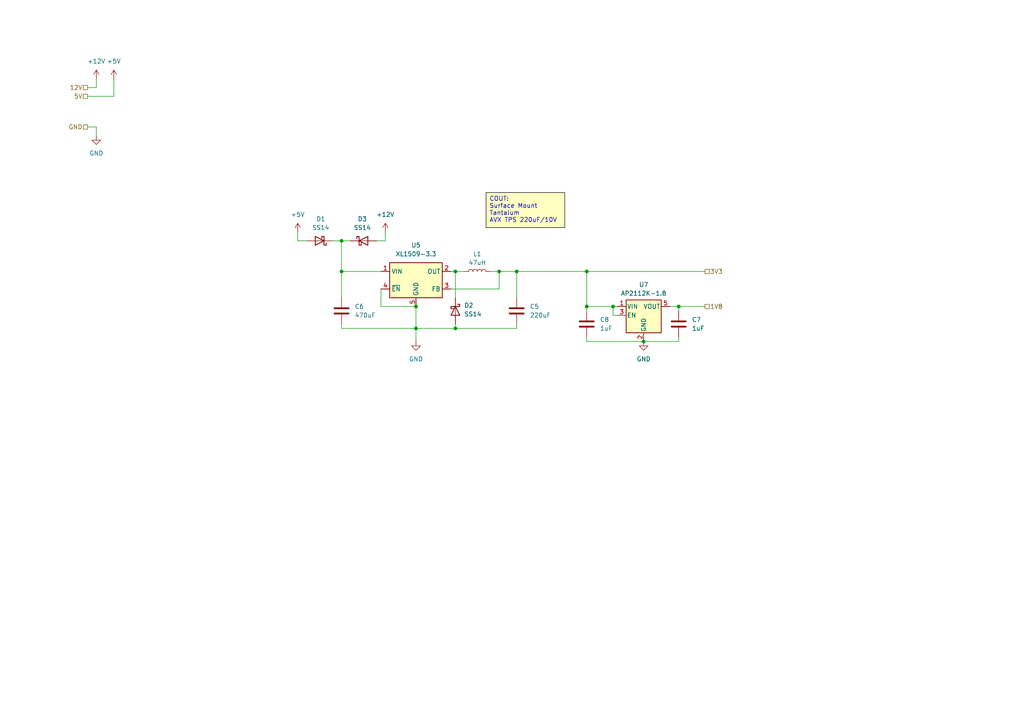
<source format=kicad_sch>
(kicad_sch (version 20250114) (generator "eeschema") (generator_version "9.0")
  (paper "A4")
  (lib_symbols
    (symbol "Device:C" (pin_numbers (hide yes)) (pin_names (offset 0.254))
      (property "Reference" "C" (at 0.635 2.54 0))
      (property "Value" "C" (at 0.635 -2.54 0))
      (symbol "C_0_1"
        (polyline (pts (xy -2.032 0.762) (xy 2.032 0.762)) (stroke (width 0.508)))
        (polyline (pts (xy -2.032 -0.762) (xy 2.032 -0.762)) (stroke (width 0.508)))
      )
      (symbol "C_1_1"
        (pin passive line (at 0 3.81 270) (length 2.794) (name "~") (number "1"))
        (pin passive line (at 0 -3.81 90) (length 2.794) (name "~") (number "2"))
      )
    )
    (symbol "Device:L" (pin_numbers (hide yes)) (pin_names (offset 1.016) (hide yes))
      (property "Reference" "L" (at -1.27 0 90))
      (property "Value" "L" (at 1.905 0 90))
      (symbol "L_0_1"
        (arc (start 0 2.54) (mid 0.6323 1.905) (end 0 1.27))
        (arc (start 0 1.27) (mid 0.6323 0.635) (end 0 0))
        (arc (start 0 0) (mid 0.6323 -0.635) (end 0 -1.27))
        (arc (start 0 -1.27) (mid 0.6323 -1.905) (end 0 -2.54))
      )
      (symbol "L_1_1"
        (pin passive line (at 0 3.81 270) (length 1.27) (name "1") (number "1"))
        (pin passive line (at 0 -3.81 90) (length 1.27) (name "2") (number "2"))
      )
    )
    (symbol "Diode:SS14" (pin_numbers (hide yes)) (pin_names (offset 1.016) (hide yes))
      (property "Reference" "D" (at 0 2.54 0))
      (property "Value" "SS14" (at 0 -2.54 0))
      (symbol "SS14_0_1"
        (polyline (pts (xy -1.905 0.635) (xy -1.905 1.27) (xy -1.27 1.27) (xy -1.27 -1.27) (xy -0.635 -1.27) (xy -0.635 -0.635)) (stroke (width 0.254)))
        (polyline (pts (xy 1.27 1.27) (xy 1.27 -1.27) (xy -1.27 0) (xy 1.27 1.27)) (stroke (width 0.254)))
        (polyline (pts (xy 1.27 0) (xy -1.27 0)))
      )
      (symbol "SS14_1_1"
        (pin passive line (at -3.81 0 0) (length 2.54) (name "K") (number "1"))
        (pin passive line (at 3.81 0 180) (length 2.54) (name "A") (number "2"))
      )
    )
    (symbol "Regulator_Linear:AP2112K-1.8" (pin_names (offset 0.254))
      (property "Reference" "U" (at -5.08 5.715 0))
      (property "Value" "AP2112K-1.8" (at 0 5.715 0))
      (symbol "AP2112K-1.8_0_1"
        (rectangle (start -5.08 4.445) (end 5.08 -5.08) (stroke (width 0.254)) (fill (type background)))
      )
      (symbol "AP2112K-1.8_1_1"
        (pin power_in line (at -7.62 2.54 0) (length 2.54) (name "VIN") (number "1"))
        (pin input line (at -7.62 0 0) (length 2.54) (name "EN") (number "3"))
        (pin power_in line (at 0 -7.62 90) (length 2.54) (name "GND") (number "2"))
        (pin no_connect line (at 5.08 0 180) (length 2.54) (hide yes) (name "NC") (number "4"))
        (pin power_out line (at 7.62 2.54 180) (length 2.54) (name "VOUT") (number "5"))
      )
    )
    (symbol "Regulator_Switching:XL1509-3.3"
      (property "Reference" "U" (at -7.112 6.096 0))
      (property "Value" "XL1509-3.3" (at 5.842 6.096 0))
      (symbol "XL1509-3.3_0_1"
        (rectangle (start -7.62 5.08) (end 7.62 -5.08) (stroke (width 0.254)) (fill (type background)))
      )
      (symbol "XL1509-3.3_1_1"
        (pin power_in line (at -10.16 2.54 0) (length 2.54) (name "VIN") (number "1"))
        (pin input line (at -10.16 -2.54 0) (length 2.54) (name "~{EN}") (number "4"))
        (pin power_in line (at 0 -7.62 90) (length 2.54) (name "GND") (number "5"))
        (pin passive line (at 0 -7.62 90) (length 2.54) (hide yes) (name "GND") (number "6"))
        (pin passive line (at 0 -7.62 90) (length 2.54) (hide yes) (name "GND") (number "7"))
        (pin passive line (at 0 -7.62 90) (length 2.54) (hide yes) (name "GND") (number "8"))
        (pin power_out line (at 10.16 2.54 180) (length 2.54) (name "OUT") (number "2"))
        (pin input line (at 10.16 -2.54 180) (length 2.54) (name "FB") (number "3"))
      )
    )
    (symbol "power:+12V" (power) (pin_numbers (hide yes)) (pin_names (offset 0) (hide yes))
      (property "Value" "+12V" (at 0 3.556 0))
      (symbol "+12V_0_1"
        (polyline (pts (xy -0.762 1.27) (xy 0 2.54)))
        (polyline (pts (xy 0 2.54) (xy 0.762 1.27)))
        (polyline (pts (xy 0 0) (xy 0 2.54)))
      )
      (symbol "+12V_1_1"
        (pin power_in line (at 0 0 90) (length 0) (name "~") (number "1"))
      )
    )
    (symbol "power:+5V" (power) (pin_numbers (hide yes)) (pin_names (offset 0) (hide yes))
      (property "Value" "+5V" (at 0 3.556 0))
      (symbol "+5V_0_1"
        (polyline (pts (xy -0.762 1.27) (xy 0 2.54)))
        (polyline (pts (xy 0 2.54) (xy 0.762 1.27)))
        (polyline (pts (xy 0 0) (xy 0 2.54)))
      )
      (symbol "+5V_1_1"
        (pin power_in line (at 0 0 90) (length 0) (name "~") (number "1"))
      )
    )
    (symbol "power:GND" (power) (pin_numbers (hide yes)) (pin_names (offset 0) (hide yes))
      (property "Value" "GND" (at 0 -3.81 0))
      (symbol "GND_0_1"
        (polyline (pts (xy 0 0) (xy 0 -1.27) (xy 1.27 -1.27) (xy 0 -2.54) (xy -1.27 -1.27) (xy 0 -1.27)))
      )
      (symbol "GND_1_1"
        (pin power_in line (at 0 0 270) (length 0) (name "~") (number "1"))
      )
    )
  )
  (text_box "COUT:\nSurface Mount Tantalum\nAVX TPS 220uF/10V" (at 140.97 55.88 0) (size 22.86 10.16) (margins 0.9525 0.9525 0.9525 0.9525) (stroke (width 0) (color 0 0 0 1)) (fill (type color) (color 255 255 194 1)) (effects (font (size 1.27 1.27)) (justify left top)))
  (junction (at 99.06 69.85))
  (junction (at 196.85 88.9))
  (junction (at 186.69 99.06))
  (junction (at 177.8 88.9))
  (junction (at 132.08 95.25))
  (junction (at 149.86 78.74))
  (junction (at 120.65 95.25))
  (junction (at 99.06 78.74))
  (junction (at 132.08 78.74))
  (junction (at 170.18 78.74))
  (junction (at 170.18 88.9))
  (junction (at 120.65 88.9))
  (junction (at 144.78 78.74))
  (wire (pts (xy 132.08 78.74) (xy 134.62 78.74)))
  (wire (pts (xy 194.31 88.9) (xy 196.85 88.9)))
  (wire (pts (xy 27.94 22.86) (xy 27.94 25.4)))
  (wire (pts (xy 170.18 88.9) (xy 177.8 88.9)))
  (wire (pts (xy 177.8 88.9) (xy 179.07 88.9)))
  (wire (pts (xy 99.06 95.25) (xy 99.06 93.98)))
  (wire (pts (xy 170.18 78.74) (xy 170.18 88.9)))
  (wire (pts (xy 144.78 78.74) (xy 142.24 78.74)))
  (wire (pts (xy 96.52 69.85) (xy 99.06 69.85)))
  (wire (pts (xy 179.07 91.44) (xy 177.8 91.44)))
  (wire (pts (xy 130.81 83.82) (xy 144.78 83.82)))
  (wire (pts (xy 109.22 69.85) (xy 111.76 69.85)))
  (wire (pts (xy 144.78 78.74) (xy 149.86 78.74)))
  (wire (pts (xy 196.85 99.06) (xy 196.85 97.79)))
  (wire (pts (xy 196.85 99.06) (xy 186.69 99.06)))
  (wire (pts (xy 86.36 69.85) (xy 88.9 69.85)))
  (wire (pts (xy 149.86 78.74) (xy 170.18 78.74)))
  (wire (pts (xy 27.94 25.4) (xy 25.4 25.4)))
  (wire (pts (xy 25.4 36.83) (xy 27.94 36.83)))
  (wire (pts (xy 33.02 22.86) (xy 33.02 27.94)))
  (wire (pts (xy 149.86 95.25) (xy 132.08 95.25)))
  (wire (pts (xy 149.86 93.98) (xy 149.86 95.25)))
  (wire (pts (xy 99.06 86.36) (xy 99.06 78.74)))
  (wire (pts (xy 99.06 69.85) (xy 101.6 69.85)))
  (wire (pts (xy 132.08 93.98) (xy 132.08 95.25)))
  (wire (pts (xy 170.18 99.06) (xy 186.69 99.06)))
  (wire (pts (xy 110.49 83.82) (xy 110.49 88.9)))
  (wire (pts (xy 110.49 88.9) (xy 120.65 88.9)))
  (wire (pts (xy 170.18 88.9) (xy 170.18 90.17)))
  (wire (pts (xy 120.65 88.9) (xy 120.65 95.25)))
  (wire (pts (xy 149.86 78.74) (xy 149.86 86.36)))
  (wire (pts (xy 132.08 78.74) (xy 132.08 86.36)))
  (wire (pts (xy 27.94 36.83) (xy 27.94 39.37)))
  (wire (pts (xy 99.06 69.85) (xy 99.06 78.74)))
  (wire (pts (xy 132.08 95.25) (xy 120.65 95.25)))
  (wire (pts (xy 144.78 83.82) (xy 144.78 78.74)))
  (wire (pts (xy 111.76 69.85) (xy 111.76 67.31)))
  (wire (pts (xy 130.81 78.74) (xy 132.08 78.74)))
  (wire (pts (xy 86.36 67.31) (xy 86.36 69.85)))
  (wire (pts (xy 177.8 88.9) (xy 177.8 91.44)))
  (wire (pts (xy 170.18 78.74) (xy 204.47 78.74)))
  (wire (pts (xy 170.18 97.79) (xy 170.18 99.06)))
  (wire (pts (xy 33.02 27.94) (xy 25.4 27.94)))
  (wire (pts (xy 120.65 95.25) (xy 120.65 99.06)))
  (wire (pts (xy 99.06 95.25) (xy 120.65 95.25)))
  (wire (pts (xy 99.06 78.74) (xy 110.49 78.74)))
  (wire (pts (xy 196.85 88.9) (xy 204.47 88.9)))
  (wire (pts (xy 196.85 88.9) (xy 196.85 90.17)))
  (hierarchical_label "5V" (shape passive) (at 25.4 27.94 180))
  (hierarchical_label "GND" (shape passive) (at 25.4 36.83 180))
  (hierarchical_label "3V3" (shape passive) (at 204.47 78.74 0))
  (hierarchical_label "1V8" (shape passive) (at 204.47 88.9 0))
  (hierarchical_label "12V" (shape passive) (at 25.4 25.4 180))
  (symbol (lib_id "Device:C") (at 196.85 93.98 0) (unit 1)
    (property "Reference" "C7" (at 200.66 92.7099 0) (effects (justify left)))
    (property "Value" "1uF" (at 200.66 95.2499 0) (effects (justify left)))
    (property "Footprint" "Capacitor_SMD:C_0603_1608Metric" (effects (hide yes)))
    (property "Description" "Unpolarized capacitor" (effects (hide yes)))
  )
  (symbol (lib_id "power:+5V") (at 86.36 67.31 0) (unit 1)
    (property "Reference" "#PWR024" (effects (hide yes)))
    (property "Value" "+5V" (at 86.36 62.23 0))
    (property "Description" "Power symbol creates a global label with name \"+5V\"" (effects (hide yes)))
  )
  (symbol (lib_id "Regulator_Switching:XL1509-3.3") (at 120.65 81.28 0) (unit 1)
    (property "Reference" "U5" (at 120.65 71.12 0))
    (property "Value" "XL1509-3.3" (at 120.65 73.66 0))
    (property "Footprint" "Package_SO:SOIC-8_3.9x4.9mm_P1.27mm" (effects (hide yes)))
    (property "Datasheet" "https://datasheet.lcsc.com/lcsc/1809050422_XLSEMI-XL1509-5-0E1_C61063.pdf" (effects (hide yes)))
    (property "Description" "Buck DC/DC Converter, 2A, 3.3V Output Voltage, 4.5-40V Input Voltage" (effects (hide yes)))
  )
  (symbol (lib_id "Diode:SS14") (at 92.71 69.85 180) (unit 1)
    (property "Reference" "D1" (at 93.0275 63.5 0))
    (property "Value" "SS14" (at 93.0275 66.04 0))
    (property "Footprint" "Diode_SMD:D_SMA" (effects (hide yes)))
    (property "Datasheet" "https://www.vishay.com/docs/88746/ss12.pdf" (effects (hide yes)))
    (property "Description" "40V 1A Schottky Diode, SMA" (effects (hide yes)))
  )
  (symbol (lib_id "Device:C") (at 99.06 90.17 0) (unit 1)
    (property "Reference" "C6" (at 102.87 88.8999 0) (effects (justify left)))
    (property "Value" "470uF" (at 102.87 91.4399 0) (effects (justify left)))
    (property "Footprint" "Capacitor_SMD:C_0603_1608Metric" (effects (hide yes)))
    (property "Description" "Unpolarized capacitor" (effects (hide yes)))
  )
  (symbol (lib_id "Diode:SS14") (at 132.08 90.17 270) (unit 1)
    (property "Reference" "D2" (at 134.62 88.5824 90) (effects (justify left)))
    (property "Value" "SS14" (at 134.62 91.1224 90) (effects (justify left)))
    (property "Footprint" "Diode_SMD:D_SMA" (effects (hide yes)))
    (property "Datasheet" "https://www.vishay.com/docs/88746/ss12.pdf" (effects (hide yes)))
    (property "Description" "40V 1A Schottky Diode, SMA" (effects (hide yes)))
  )
  (symbol (lib_id "power:GND") (at 27.94 39.37 0) (unit 1)
    (property "Reference" "#PWR021" (effects (hide yes)))
    (property "Value" "GND" (at 27.94 44.45 0))
    (property "Description" "Power symbol creates a global label with name \"GND\" , ground" (effects (hide yes)))
  )
  (symbol (lib_id "Device:C") (at 149.86 90.17 0) (unit 1)
    (property "Reference" "C5" (at 153.67 88.8999 0) (effects (justify left)))
    (property "Value" "220uF" (at 153.67 91.4399 0) (effects (justify left)))
    (property "Footprint" "Capacitor_SMD:C_0603_1608Metric" (effects (hide yes)))
    (property "Description" "Unpolarized capacitor" (effects (hide yes)))
  )
  (symbol (lib_id "Diode:SS14") (at 105.41 69.85 0) (unit 1)
    (property "Reference" "D3" (at 105.0925 63.5 0))
    (property "Value" "SS14" (at 105.0925 66.04 0))
    (property "Footprint" "Diode_SMD:D_SMA" (effects (hide yes)))
    (property "Datasheet" "https://www.vishay.com/docs/88746/ss12.pdf" (effects (hide yes)))
    (property "Description" "40V 1A Schottky Diode, SMA" (effects (hide yes)))
  )
  (symbol (lib_id "power:GND") (at 186.69 99.06 0) (unit 1)
    (property "Reference" "#PWR026" (effects (hide yes)))
    (property "Value" "GND" (at 186.69 104.14 0))
    (property "Description" "Power symbol creates a global label with name \"GND\" , ground" (effects (hide yes)))
  )
  (symbol (lib_id "power:+12V") (at 27.94 22.86 0) (unit 1)
    (property "Reference" "#PWR023" (effects (hide yes)))
    (property "Value" "+12V" (at 27.94 17.78 0))
    (property "Description" "Power symbol creates a global label with name \"+12V\"" (effects (hide yes)))
  )
  (symbol (lib_id "power:+12V") (at 111.76 67.31 0) (unit 1)
    (property "Reference" "#PWR025" (effects (hide yes)))
    (property "Value" "+12V" (at 111.76 62.23 0))
    (property "Description" "Power symbol creates a global label with name \"+12V\"" (effects (hide yes)))
  )
  (symbol (lib_id "power:GND") (at 120.65 99.06 0) (unit 1)
    (property "Reference" "#PWR020" (effects (hide yes)))
    (property "Value" "GND" (at 120.65 104.14 0))
    (property "Description" "Power symbol creates a global label with name \"GND\" , ground" (effects (hide yes)))
  )
  (symbol (lib_id "Regulator_Linear:AP2112K-1.8") (at 186.69 91.44 0) (unit 1)
    (property "Reference" "U7" (at 186.69 82.55 0))
    (property "Value" "AP2112K-1.8" (at 186.69 85.09 0))
    (property "Footprint" "Package_TO_SOT_SMD:SOT-23-5" (effects (hide yes)))
    (property "Datasheet" "https://www.diodes.com/assets/Datasheets/AP2112.pdf" (effects (hide yes)))
    (property "Description" "600mA low dropout linear regulator, with enable pin, 2.5V-6V input voltage range, 1.8V fixed positive output, SOT-23-5" (effects (hide yes)))
  )
  (symbol (lib_id "Device:C") (at 170.18 93.98 0) (unit 1)
    (property "Reference" "C8" (at 173.99 92.7099 0) (effects (justify left)))
    (property "Value" "1uF" (at 173.99 95.2499 0) (effects (justify left)))
    (property "Footprint" "Capacitor_SMD:C_0603_1608Metric" (effects (hide yes)))
    (property "Description" "Unpolarized capacitor" (effects (hide yes)))
  )
  (symbol (lib_id "power:+5V") (at 33.02 22.86 0) (unit 1)
    (property "Reference" "#PWR022" (effects (hide yes)))
    (property "Value" "+5V" (at 33.02 17.78 0))
    (property "Description" "Power symbol creates a global label with name \"+5V\"" (effects (hide yes)))
  )
  (symbol (lib_id "Device:L") (at 138.43 78.74 90) (unit 1)
    (property "Reference" "L1" (at 138.43 73.66 90))
    (property "Value" "47uH" (at 138.43 76.2 90))
    (property "Footprint" "Inductor_SMD:L_Sunlord_SWPA4030S" (effects (hide yes)))
    (property "Description" "Inductor" (effects (hide yes)))
  )
)
</source>
